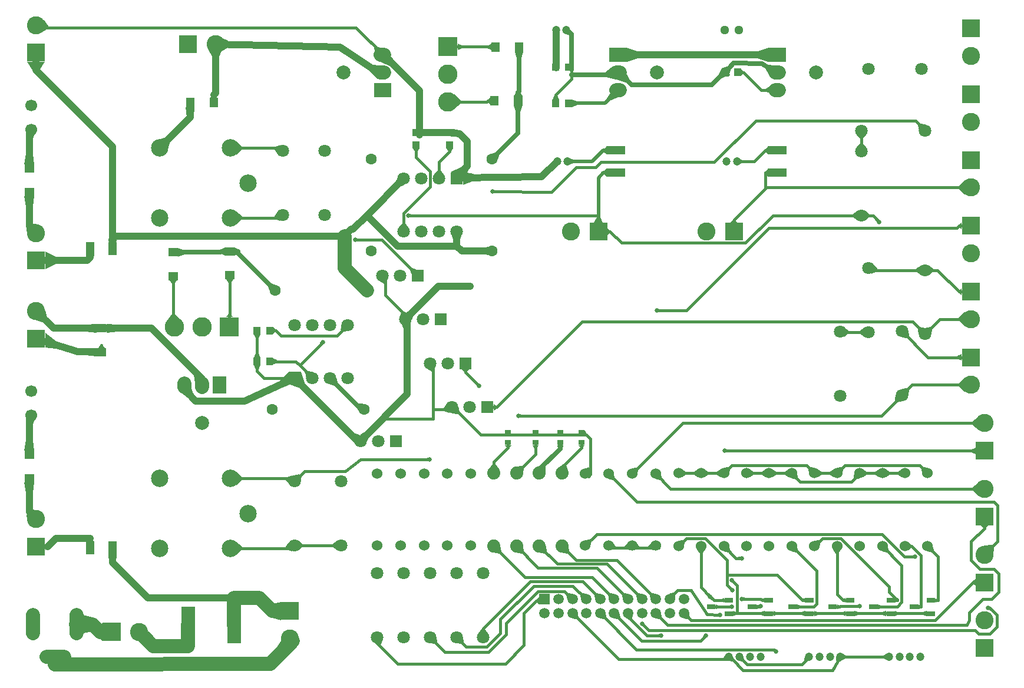
<source format=gtl>
G04 Layer: TopLayer*
G04 EasyEDA v6.4.12, 2021-01-10T11:05:15--5:00*
G04 3145a8addab9457ba1f20b0dac4bbc5f,47ca9d6388974ffcabec7368213608ff,10*
G04 Gerber Generator version 0.2*
G04 Scale: 100 percent, Rotated: No, Reflected: No *
G04 Dimensions in inches *
G04 leading zeros omitted , absolute positions ,3 integer and 6 decimal *
%FSLAX36Y36*%
%MOIN*%

%ADD11C,0.0150*%
%ADD12C,0.0250*%
%ADD13C,0.0200*%
%ADD14C,0.0400*%
%ADD15C,0.0800*%
%ADD16R,0.0492X0.0276*%
%ADD17R,0.0472X0.0551*%
%ADD18R,0.0551X0.0472*%
%ADD20R,0.1063X0.0472*%
%ADD21R,0.0472X0.0748*%
%ADD22R,0.0394X0.0433*%
%ADD23R,0.0433X0.0394*%
%ADD24R,0.0354X0.0315*%
%ADD25C,0.0472*%
%ADD26C,0.0600*%
%ADD29C,0.0787*%
%ADD30R,0.0709X0.0709*%
%ADD31C,0.0709*%
%ADD32R,0.1024X0.1024*%
%ADD33C,0.1024*%
%ADD34C,0.0591*%
%ADD36C,0.0740*%
%ADD37C,0.0630*%
%ADD38C,0.0984*%
%ADD39C,0.0472*%
%ADD40C,0.0512*%
%ADD41R,0.1102X0.1102*%
%ADD42C,0.1102*%
%ADD43C,0.0669*%

%LPD*%
G36*
X5017240Y720960D02*
G01*
X4985440Y689120D01*
X5010900Y684900D01*
X5021500Y695500D01*
G37*
G36*
X4967420Y1154920D02*
G01*
X4946440Y1139900D01*
X4946460Y1124900D01*
X4967480Y1109920D01*
G37*
G36*
X5007180Y1154920D02*
G01*
X5007120Y1109920D01*
X5028140Y1124900D01*
X5028160Y1139900D01*
G37*
G36*
X4626540Y753240D02*
G01*
X4601080Y749000D01*
X4632920Y717180D01*
X4637140Y742640D01*
G37*
G36*
X4579380Y1166620D02*
G01*
X4568780Y1156020D01*
X4573020Y1130560D01*
X4604840Y1162400D01*
G37*
G36*
X4622840Y1154920D02*
G01*
X4622780Y1109920D01*
X4643800Y1124900D01*
X4643820Y1139900D01*
G37*
G36*
X5135240Y741580D02*
G01*
X5135280Y696580D01*
X5150500Y711600D01*
X5150480Y726600D01*
G37*
G36*
X5095540Y1154920D02*
G01*
X5074560Y1139900D01*
X5074580Y1124900D01*
X5095600Y1109920D01*
G37*
G36*
X5273480Y720939D02*
G01*
X5241660Y689120D01*
X5267100Y684880D01*
X5277720Y695500D01*
G37*
G36*
X5219960Y1166640D02*
G01*
X5209360Y1156040D01*
X5213579Y1130580D01*
X5245420Y1162400D01*
G37*
G36*
X2472500Y2848240D02*
G01*
X2453420Y2823440D01*
X2506580Y2823440D01*
X2487500Y2848240D01*
G37*
G36*
X2244640Y2802220D02*
G01*
X2231760Y2780020D01*
X2260040Y2751740D01*
X2282220Y2764640D01*
G37*
G36*
X2272500Y2548240D02*
G01*
X2253420Y2523440D01*
X2306580Y2523440D01*
X2287500Y2548240D01*
G37*
G36*
X2553420Y2476560D02*
G01*
X2560000Y2451760D01*
X2600000Y2451760D01*
X2606580Y2476560D01*
G37*
G36*
X1565200Y2611340D02*
G01*
X1547860Y2585600D01*
X1553060Y2570600D01*
X1582600Y2561120D01*
G37*
G36*
X1582520Y2988860D02*
G01*
X1553000Y2979300D01*
X1547840Y2964300D01*
X1565240Y2938600D01*
G37*
G36*
X1630320Y741340D02*
G01*
X1613000Y715600D01*
X1618200Y700600D01*
X1647740Y691120D01*
G37*
G36*
X1684600Y750480D02*
G01*
X1684600Y697320D01*
X1709420Y716400D01*
X1709420Y731400D01*
G37*
G36*
X1647660Y1118860D02*
G01*
X1618140Y1109300D01*
X1612980Y1094300D01*
X1630360Y1068600D01*
G37*
G36*
X1690000Y1125500D02*
G01*
X1658959Y1121460D01*
X1696540Y1083860D01*
X1700600Y1114900D01*
G37*
G36*
X1901560Y750480D02*
G01*
X1876759Y731400D01*
X1876759Y716400D01*
X1901560Y697320D01*
G37*
G36*
X2613900Y207100D02*
G01*
X2576300Y169540D01*
X2607320Y165479D01*
X2617919Y176080D01*
G37*
G36*
X2736000Y253160D02*
G01*
X2721000Y253140D01*
X2701940Y228340D01*
X2755100Y228359D01*
G37*
G36*
X2160440Y189500D02*
G01*
X2109260Y175180D01*
X2133260Y156140D01*
X2149820Y160780D01*
G37*
G36*
X5133900Y1938600D02*
G01*
X5096300Y1901040D01*
X5127320Y1896980D01*
X5137940Y1907580D01*
G37*
G36*
X5127320Y1613620D02*
G01*
X5096300Y1609560D01*
X5133900Y1572000D01*
X5137940Y1603020D01*
G37*
G36*
X5063160Y1576440D02*
G01*
X5059100Y1545400D01*
X5069700Y1534800D01*
X5100740Y1538839D01*
G37*
G36*
X4773140Y1957360D02*
G01*
X4770760Y1904259D01*
X4796380Y1922200D01*
X4797060Y1937200D01*
G37*
G36*
X4937180Y2312720D02*
G01*
X4925640Y2260840D01*
X4953960Y2273900D01*
X4957280Y2288900D01*
G37*
G36*
X4885120Y1956260D02*
G01*
X4860300Y1937200D01*
X4860280Y1922200D01*
X4885080Y1903100D01*
G37*
G36*
X4861000Y3000100D02*
G01*
X4841940Y2975280D01*
X4895100Y2975320D01*
X4876000Y3000100D01*
G37*
G36*
X4845120Y2616259D02*
G01*
X4820300Y2597200D01*
X4820280Y2582200D01*
X4845080Y2563100D01*
G37*
G36*
X4891940Y2616259D02*
G01*
X4891980Y2563100D01*
X4916780Y2582200D01*
X4916760Y2597200D01*
G37*
G36*
X4894520Y3047919D02*
G01*
X4841380Y3046740D01*
X4861000Y3022360D01*
X4876000Y3022700D01*
G37*
G36*
X5200820Y3110179D02*
G01*
X5190220Y3099580D01*
X5194260Y3068540D01*
X5231860Y3106120D01*
G37*
G36*
X5251960Y2307980D02*
G01*
X5251960Y2254820D01*
X5276780Y2273900D01*
X5276780Y2288900D01*
G37*
G36*
X5205100Y2307980D02*
G01*
X5180300Y2288900D01*
X5180300Y2273900D01*
X5205100Y2254820D01*
G37*
G36*
X5257320Y1958620D02*
G01*
X5226300Y1954560D01*
X5263900Y1917000D01*
X5267940Y1948020D01*
G37*
G36*
X5199700Y1958600D02*
G01*
X5189100Y1947980D01*
X5193160Y1916960D01*
X5230740Y1954560D01*
G37*
G36*
X2463900Y207160D02*
G01*
X2426340Y169540D01*
X2457380Y165520D01*
X2467960Y176140D01*
G37*
G36*
X834040Y237820D02*
G01*
X779780Y183520D01*
X803980Y157060D01*
X860520Y213640D01*
G37*
G36*
X3893180Y342480D02*
G01*
X3861860Y311160D01*
X3886840Y306900D01*
X3897440Y317500D01*
G37*
G36*
X3804620Y455240D02*
G01*
X3780220Y448519D01*
X3814480Y420439D01*
X3816280Y445680D01*
G37*
G36*
X3735700Y342480D02*
G01*
X3704380Y311160D01*
X3729340Y306900D01*
X3739960Y317500D01*
G37*
G36*
X3683100Y453100D02*
G01*
X3672500Y442500D01*
X3676760Y417520D01*
X3708080Y448840D01*
G37*
G36*
X3604360Y453100D02*
G01*
X3593759Y442500D01*
X3598020Y417520D01*
X3629340Y448840D01*
G37*
G36*
X3576780Y331360D02*
G01*
X3536060Y313980D01*
X3557100Y300480D01*
X3571980Y306840D01*
G37*
G36*
X3525620Y453100D02*
G01*
X3515020Y442500D01*
X3519280Y417520D01*
X3550600Y448840D01*
G37*
G36*
X3499480Y342480D02*
G01*
X3468159Y311160D01*
X3493140Y306900D01*
X3503740Y317500D01*
G37*
G36*
X3446900Y453100D02*
G01*
X3436280Y442500D01*
X3440539Y417540D01*
X3471860Y448840D01*
G37*
G36*
X3420740Y342480D02*
G01*
X3389420Y311160D01*
X3414400Y306900D01*
X3425000Y317500D01*
G37*
G36*
X3368180Y453120D02*
G01*
X3357559Y442520D01*
X3361800Y417560D01*
X3393140Y448840D01*
G37*
G36*
X3289400Y453100D02*
G01*
X3278800Y442500D01*
X3283060Y417520D01*
X3314380Y448840D01*
G37*
G36*
X3263260Y342480D02*
G01*
X3231940Y311160D01*
X3256920Y306900D01*
X3267520Y317500D01*
G37*
G36*
X3210700Y453120D02*
G01*
X3200080Y442520D01*
X3204320Y417540D01*
X3235659Y448840D01*
G37*
G36*
X4726440Y88820D02*
G01*
X4726820Y69380D01*
X4739740Y61760D01*
X4756940Y70800D01*
G37*
G36*
X4548860Y94740D02*
G01*
X4544380Y75840D01*
X4554980Y65220D01*
X4573900Y69680D01*
G37*
G36*
X4753580Y699220D02*
G01*
X4708580Y699200D01*
X4723600Y678220D01*
X4738600Y678220D01*
G37*
G36*
X4711200Y1154920D02*
G01*
X4690220Y1139900D01*
X4690240Y1124900D01*
X4711260Y1109920D01*
G37*
G36*
X4754660Y1166640D02*
G01*
X4729200Y1162400D01*
X4761020Y1130560D01*
X4765260Y1156020D01*
G37*
G36*
X4829260Y1134300D02*
G01*
X4825040Y1108840D01*
X4835660Y1098240D01*
X4861100Y1102520D01*
G37*
G36*
X4879080Y1154920D02*
G01*
X4879020Y1109920D01*
X4900040Y1124900D01*
X4900060Y1139900D01*
G37*
G36*
X3857900Y753240D02*
G01*
X3832440Y749000D01*
X3864260Y717180D01*
X3868500Y742620D01*
G37*
G36*
X3854180Y1154920D02*
G01*
X3854120Y1109920D01*
X3875140Y1124900D01*
X3875160Y1139900D01*
G37*
G36*
X4504800Y720980D02*
G01*
X4473020Y689120D01*
X4498480Y684900D01*
X4509080Y695540D01*
G37*
G36*
X4454980Y1154920D02*
G01*
X4434000Y1139900D01*
X4434020Y1124900D01*
X4455040Y1109920D01*
G37*
G36*
X4504800Y1134320D02*
G01*
X4472980Y1102520D01*
X4498440Y1098260D01*
X4509040Y1108860D01*
G37*
G36*
X4202500Y94740D02*
G01*
X4177460Y69680D01*
X4196380Y65220D01*
X4206980Y75820D01*
G37*
G36*
X4098300Y102739D02*
G01*
X4087280Y87200D01*
X4094260Y72200D01*
X4113240Y70600D01*
G37*
G36*
X4143279Y96820D02*
G01*
X4120539Y69640D01*
X4139760Y66840D01*
X4149420Y78380D01*
G37*
G36*
X3939920Y699220D02*
G01*
X3954900Y678220D01*
X3969900Y678220D01*
X3984920Y699200D01*
G37*
G36*
X3942559Y1154920D02*
G01*
X3921560Y1139900D01*
X3921580Y1124900D01*
X3942600Y1109920D01*
G37*
G36*
X3982300Y1154920D02*
G01*
X3982240Y1109920D01*
X4003260Y1124900D01*
X4003279Y1139900D01*
G37*
G36*
X4238500Y1154920D02*
G01*
X4238460Y1109920D01*
X4259480Y1124900D01*
X4259500Y1139900D01*
G37*
G36*
X4120480Y720939D02*
G01*
X4088660Y689120D01*
X4114120Y684880D01*
X4124720Y695480D01*
G37*
G36*
X4070659Y1154920D02*
G01*
X4049680Y1139900D01*
X4049700Y1124900D01*
X4070720Y1109920D01*
G37*
G36*
X4114120Y1166620D02*
G01*
X4088660Y1162400D01*
X4120480Y1130560D01*
X4124720Y1156020D01*
G37*
G36*
X4326880Y1154920D02*
G01*
X4305900Y1139900D01*
X4305920Y1124900D01*
X4326940Y1109920D01*
G37*
G36*
X4366620Y1154920D02*
G01*
X4366560Y1109920D01*
X4387580Y1124900D01*
X4387600Y1139900D01*
G37*
G36*
X3058800Y1183100D02*
G01*
X3033740Y1167040D01*
X3082840Y1141140D01*
X3081940Y1170880D01*
G37*
G36*
X3083800Y721400D02*
G01*
X3044580Y682140D01*
X3077200Y678160D01*
X3087799Y688760D01*
G37*
G36*
X2948540Y1173340D02*
G01*
X2915899Y1169360D01*
X2955140Y1130100D01*
X2959140Y1162740D01*
G37*
G36*
X2955140Y721400D02*
G01*
X2915899Y682140D01*
X2948540Y678160D01*
X2959140Y688760D01*
G37*
G36*
X3180960Y1183260D02*
G01*
X3155480Y1163540D01*
X3208900Y1148440D01*
X3197500Y1178580D01*
G37*
G36*
X3212460Y721360D02*
G01*
X3173200Y682140D01*
X3205820Y678120D01*
X3216440Y688720D01*
G37*
G36*
X2782100Y1182820D02*
G01*
X2761820Y1156940D01*
X2817320Y1156880D01*
X2797100Y1182800D01*
G37*
G36*
X2826480Y721420D02*
G01*
X2787280Y682120D01*
X2819920Y678180D01*
X2830520Y688800D01*
G37*
G36*
X930580Y3033360D02*
G01*
X894260Y3020960D01*
X946440Y2968759D01*
X958860Y3005080D01*
G37*
G36*
X1331500Y2615040D02*
G01*
X1331459Y2541220D01*
X1365920Y2570600D01*
X1365940Y2585600D01*
G37*
G36*
X1331500Y3008740D02*
G01*
X1331459Y2934920D01*
X1365920Y2964300D01*
X1365940Y2979300D01*
G37*
G36*
X1331500Y745040D02*
G01*
X1331459Y671220D01*
X1365920Y700600D01*
X1365940Y715600D01*
G37*
G36*
X1331500Y1138740D02*
G01*
X1331459Y1064920D01*
X1365920Y1094300D01*
X1365940Y1109300D01*
G37*
G36*
X2191820Y2238620D02*
G01*
X2142320Y2219260D01*
X2168600Y2202900D01*
X2183600Y2208760D01*
G37*
G36*
X2280500Y2045680D02*
G01*
X2265500Y2039920D01*
X2255320Y2014760D01*
X2304920Y2033839D01*
G37*
G36*
X2308500Y2050680D02*
G01*
X2286320Y2037780D01*
X2323900Y2000200D01*
X2336780Y2022380D01*
G37*
G36*
X2319920Y1985980D02*
G01*
X2268280Y1973340D01*
X2280000Y1950660D01*
X2320000Y1960460D01*
G37*
G36*
X2461820Y1741940D02*
G01*
X2412320Y1722580D01*
X2438600Y1706220D01*
X2453600Y1712100D01*
G37*
G36*
X2588700Y1510060D02*
G01*
X2553400Y1470320D01*
X2584600Y1468100D01*
X2594580Y1479319D01*
G37*
G36*
X2523560Y1524680D02*
G01*
X2505040Y1499700D01*
X2509440Y1484700D01*
X2538500Y1473660D01*
G37*
G36*
X2040600Y1349980D02*
G01*
X2069019Y1305060D01*
X2079880Y1334280D01*
X2071660Y1347280D01*
G37*
G36*
X2054960Y1363260D02*
G01*
X2032780Y1350360D01*
X2070360Y1312780D01*
X2083260Y1334960D01*
G37*
G36*
X3222900Y3643580D02*
G01*
X3200179Y3616380D01*
X3216180Y3609740D01*
X3232280Y3629000D01*
G37*
G36*
X3122700Y3624400D02*
G01*
X3120400Y3607880D01*
X3160400Y3607799D01*
X3158140Y3624340D01*
G37*
G36*
X3123680Y2897799D02*
G01*
X3110299Y2887799D01*
X3138420Y2859340D01*
X3148580Y2872580D01*
G37*
G36*
X3221940Y2913900D02*
G01*
X3221980Y2878460D01*
X3238500Y2886200D01*
X3238480Y2906200D01*
G37*
G36*
X4179440Y2913900D02*
G01*
X4179480Y2878460D01*
X4196000Y2888700D01*
X4195980Y2903700D01*
G37*
G36*
X3677760Y737600D02*
G01*
X3662799Y716900D01*
X3668100Y701900D01*
X3692740Y695180D01*
G37*
G36*
X3733900Y1130400D02*
G01*
X3702080Y1098580D01*
X3727520Y1094340D01*
X3738140Y1104940D01*
G37*
G36*
X3545160Y737600D02*
G01*
X3530200Y716900D01*
X3535500Y701900D01*
X3560140Y695180D01*
G37*
G36*
X3597559Y737600D02*
G01*
X3582580Y695180D01*
X3607220Y701900D01*
X3612520Y716900D01*
G37*
G36*
X3594960Y1162680D02*
G01*
X3569500Y1158460D01*
X3601300Y1126620D01*
X3605560Y1152060D01*
G37*
G36*
X3464960Y737600D02*
G01*
X3449980Y695180D01*
X3474620Y701900D01*
X3479920Y716900D01*
G37*
G36*
X3468700Y1130400D02*
G01*
X3436900Y1098580D01*
X3462340Y1094340D01*
X3472960Y1104960D01*
G37*
G36*
X3326400Y1165440D02*
G01*
X3303120Y1158360D01*
X3336160Y1127820D01*
X3341400Y1151580D01*
G37*
G36*
X3329760Y757180D02*
G01*
X3304300Y752940D01*
X3336120Y721100D01*
X3340360Y746560D01*
G37*
G36*
X1531220Y2205440D02*
G01*
X1513520Y2187780D01*
X1521220Y2164320D01*
X1554660Y2197700D01*
G37*
G36*
X2801500Y2949000D02*
G01*
X2778039Y2941280D01*
X2811440Y2907860D01*
X2819160Y2931300D01*
G37*
G36*
X2759180Y2413800D02*
G01*
X2737140Y2410200D01*
X2737100Y2370200D01*
X2759140Y2366560D01*
G37*
G36*
X1585520Y182979D02*
G01*
X1566120Y152620D01*
X1641519Y114880D01*
X1654180Y148620D01*
G37*
G36*
X5608980Y725400D02*
G01*
X5561820Y721919D01*
X5616079Y667620D01*
X5619600Y714780D01*
G37*
G36*
X5531160Y1453480D02*
G01*
X5495320Y1422600D01*
X5495320Y1407600D01*
X5531140Y1376699D01*
G37*
G36*
X5531120Y1081320D02*
G01*
X5495320Y1050400D01*
X5495320Y1035400D01*
X5531180Y1004539D01*
G37*
G36*
X5453180Y2786920D02*
G01*
X5417360Y2756000D01*
X5417380Y2741000D01*
X5453220Y2710140D01*
G37*
G36*
X5453200Y2042700D02*
G01*
X5417380Y2011800D01*
X5417380Y1996800D01*
X5453200Y1965920D01*
G37*
G36*
X5453200Y1670580D02*
G01*
X5417380Y1639700D01*
X5417380Y1624700D01*
X5453200Y1593800D01*
G37*
G36*
X2566460Y3275440D02*
G01*
X2566460Y3192760D01*
X2605040Y3226600D01*
X2605040Y3241600D01*
G37*
G36*
X982500Y2035420D02*
G01*
X967500Y2034100D01*
X937200Y1992700D01*
X1019560Y1999940D01*
G37*
G36*
X1176600Y3526160D02*
G01*
X1195000Y3490320D01*
X1235000Y3490340D01*
X1253380Y3526160D01*
G37*
G36*
X1249660Y3597660D02*
G01*
X1248020Y3520920D01*
X1284220Y3538540D01*
X1285080Y3578519D01*
G37*
G36*
X175040Y2544240D02*
G01*
X146760Y2515960D01*
X148800Y2487920D01*
X203100Y2542200D01*
G37*
G36*
X175040Y926040D02*
G01*
X146760Y897760D01*
X148820Y869720D01*
X203060Y924040D01*
G37*
G36*
X250960Y2053020D02*
G01*
X196680Y1998720D01*
X235020Y1986399D01*
X263300Y2014680D01*
G37*
G36*
X141460Y3060980D02*
G01*
X140900Y3037100D01*
X180900Y3028240D01*
X190460Y3050120D01*
G37*
G36*
X141460Y1442820D02*
G01*
X140900Y1418940D01*
X180900Y1410080D01*
X190460Y1431960D01*
G37*
G36*
X240600Y3698960D02*
G01*
X225560Y3623680D01*
X266720Y3646800D01*
X269700Y3661800D01*
G37*
G36*
X5164320Y668780D02*
G01*
X5155580Y666900D01*
X5155580Y651900D01*
X5164320Y650020D01*
G37*
G36*
X3719360Y2063380D02*
G01*
X3719360Y2044620D01*
X3728120Y2046500D01*
X3728120Y2061500D01*
G37*
G36*
X4287180Y386700D02*
G01*
X4278920Y383300D01*
X4281880Y368300D01*
X4290800Y368300D01*
G37*
G36*
X4128140Y385180D02*
G01*
X4119380Y383300D01*
X4119380Y368300D01*
X4128140Y366420D01*
G37*
G36*
X4850940Y388980D02*
G01*
X4842180Y387100D01*
X4842180Y372100D01*
X4850940Y370220D01*
G37*
G36*
X4380200Y140300D02*
G01*
X4369600Y129700D01*
X4374220Y122420D01*
X4387480Y135680D01*
G37*
G36*
X4131800Y487540D02*
G01*
X4121180Y476960D01*
X4126019Y469440D01*
X4139300Y482680D01*
G37*
G36*
X3976720Y214780D02*
G01*
X3971860Y207260D01*
X3982460Y196660D01*
X3989980Y201520D01*
G37*
G36*
X3725539Y223180D02*
G01*
X3717120Y220200D01*
X3719160Y205200D01*
X3728080Y204600D01*
G37*
G36*
X4199860Y430880D02*
G01*
X4199860Y412120D01*
X4208620Y414000D01*
X4208620Y429000D01*
G37*
G36*
X4182340Y660380D02*
G01*
X4173580Y658500D01*
X4173580Y643500D01*
X4182340Y641620D01*
G37*
G36*
X4026080Y435319D02*
G01*
X4012840Y422020D01*
X4020380Y417180D01*
X4030960Y427819D01*
G37*
G36*
X4006860Y451840D02*
G01*
X3996259Y441240D01*
X4001120Y433720D01*
X4014380Y446980D01*
G37*
G36*
X4102160Y1268580D02*
G01*
X4102160Y1249820D01*
X4110920Y1251700D01*
X4110920Y1266700D01*
G37*
G36*
X2789400Y2735840D02*
G01*
X2789320Y2717080D01*
X2798080Y2718920D01*
X2798159Y2733920D01*
G37*
G36*
X2416740Y1219380D02*
G01*
X2407980Y1217500D01*
X2407980Y1202500D01*
X2416740Y1200620D01*
G37*
G36*
X2013260Y2463180D02*
G01*
X2013260Y2444420D01*
X2022020Y2446300D01*
X2022020Y2461300D01*
G37*
G36*
X1809319Y1875180D02*
G01*
X1804460Y1867660D01*
X1815080Y1857060D01*
X1822580Y1861920D01*
G37*
G36*
X4061740Y339380D02*
G01*
X4052980Y337500D01*
X4052980Y322500D01*
X4061740Y320620D01*
G37*
G36*
X4963260Y2572340D02*
G01*
X4952660Y2561720D01*
X4957520Y2554220D01*
X4970780Y2567480D01*
G37*
G36*
X2314860Y2599980D02*
G01*
X2314860Y2581220D01*
X2323620Y2583100D01*
X2323620Y2598100D01*
G37*
G36*
X3642480Y280780D02*
G01*
X3629220Y267520D01*
X3636740Y262660D01*
X3647340Y273260D01*
G37*
G36*
X5597619Y374600D02*
G01*
X5590760Y357140D01*
X5599340Y355060D01*
X5605340Y370280D01*
G37*
G36*
X4146280Y528380D02*
G01*
X4133020Y515120D01*
X4140520Y510260D01*
X4151139Y520860D01*
G37*
G36*
X2697760Y1645040D02*
G01*
X2687160Y1634420D01*
X2692020Y1626900D01*
X2705280Y1640180D01*
G37*
G36*
X2938399Y1466080D02*
G01*
X2938399Y1447320D01*
X2947160Y1449199D01*
X2947160Y1464199D01*
G37*
G36*
X4959940Y389540D02*
G01*
X4959940Y361980D01*
X4982440Y368300D01*
X4982440Y383300D01*
G37*
G36*
X5058340Y426940D02*
G01*
X5058340Y399380D01*
X5073400Y405700D01*
X5073400Y420700D01*
G37*
G36*
X5009120Y352140D02*
G01*
X4986620Y345900D01*
X4986620Y330900D01*
X5009120Y324580D01*
G37*
G36*
X5058340Y352140D02*
G01*
X5058340Y324580D01*
X5073400Y330900D01*
X5073400Y345900D01*
G37*
G36*
X5188940Y389540D02*
G01*
X5188940Y361980D01*
X5204000Y368300D01*
X5204000Y383300D01*
G37*
G36*
X5287320Y426940D02*
G01*
X5287320Y399380D01*
X5296400Y405700D01*
X5296400Y420700D01*
G37*
G36*
X5238120Y352140D02*
G01*
X5215620Y345900D01*
X5215620Y330900D01*
X5238120Y324580D01*
G37*
G36*
X2608500Y2866780D02*
G01*
X2544560Y2835440D01*
X2615440Y2792340D01*
X2643680Y2845400D01*
G37*
G36*
X2615440Y2835440D02*
G01*
X2615440Y2764560D01*
X2675440Y2785840D01*
X2675440Y2825840D01*
G37*
G36*
X3542020Y3540000D02*
G01*
X3542020Y3461200D01*
X3602020Y3480600D01*
X3602020Y3520600D01*
G37*
G36*
X4343620Y3540000D02*
G01*
X4283620Y3520600D01*
X4283620Y3480600D01*
X4343620Y3461200D01*
G37*
G36*
X1046940Y3202380D02*
G01*
X1050600Y3145100D01*
X1090600Y3145100D01*
X1094180Y3202380D01*
G37*
G36*
X1196900Y3272600D02*
G01*
X1185640Y3257500D01*
X1223140Y3257500D01*
X1211900Y3272600D01*
G37*
G36*
X133340Y2698560D02*
G01*
X140900Y2638560D01*
X180900Y2638560D01*
X188460Y2698560D01*
G37*
G36*
X140900Y2939660D02*
G01*
X133340Y2879660D01*
X188460Y2879660D01*
X180900Y2939660D01*
G37*
G36*
X133340Y1080400D02*
G01*
X140900Y1020400D01*
X180900Y1020400D01*
X188460Y1080400D01*
G37*
G36*
X140900Y1321500D02*
G01*
X133340Y1261500D01*
X188460Y1261500D01*
X180900Y1321500D01*
G37*
G36*
X541980Y1841699D02*
G01*
X481980Y1839319D01*
X481980Y1799319D01*
X541980Y1794440D01*
G37*
G36*
X562000Y1856699D02*
G01*
X550740Y1841699D01*
X588240Y1841699D01*
X577000Y1856699D01*
G37*
G36*
X597080Y1975560D02*
G01*
X597080Y1928300D01*
X657080Y1931900D01*
X657080Y1971900D01*
G37*
G36*
X541980Y1975560D02*
G01*
X481980Y1971900D01*
X481980Y1931900D01*
X541980Y1928300D01*
G37*
G36*
X575860Y285780D02*
G01*
X560800Y274600D01*
X560800Y194600D01*
X575860Y183420D01*
G37*
G36*
X3424680Y2851960D02*
G01*
X3409600Y2840700D01*
X3409600Y2825700D01*
X3424680Y2814460D01*
G37*
G36*
X3424680Y2977940D02*
G01*
X3409600Y2966700D01*
X3409600Y2951700D01*
X3424680Y2940440D01*
G37*
G36*
X4339680Y2851960D02*
G01*
X4324600Y2840700D01*
X4324600Y2825700D01*
X4339680Y2814460D01*
G37*
G36*
X4339680Y2851960D02*
G01*
X4324600Y2840700D01*
X4324600Y2825700D01*
X4339680Y2814460D01*
G37*
G36*
X4339680Y2977940D02*
G01*
X4324600Y2966700D01*
X4324600Y2951700D01*
X4339680Y2940440D01*
G37*
G36*
X482900Y2367600D02*
G01*
X486500Y2352500D01*
X526500Y2352500D01*
X530160Y2367600D01*
G37*
G36*
X612500Y2474600D02*
G01*
X608900Y2442400D01*
X656140Y2442400D01*
X652500Y2474600D01*
G37*
G36*
X499000Y762500D02*
G01*
X487740Y747400D01*
X525240Y747400D01*
X514000Y762500D01*
G37*
G36*
X608900Y672600D02*
G01*
X612500Y625100D01*
X652500Y625100D01*
X656140Y672600D01*
G37*
G36*
X3046780Y428760D02*
G01*
X3030000Y417500D01*
X3030000Y402500D01*
X3046780Y391260D01*
G37*
G36*
X4501920Y389540D02*
G01*
X4501920Y361980D01*
X4524420Y368300D01*
X4524420Y383300D01*
G37*
G36*
X4551120Y426940D02*
G01*
X4536100Y420700D01*
X4536100Y405700D01*
X4551120Y399380D01*
G37*
G36*
X4551120Y352140D02*
G01*
X4528620Y345900D01*
X4528620Y330900D01*
X4551120Y324580D01*
G37*
G36*
X4600340Y352140D02*
G01*
X4600340Y324580D01*
X4622840Y330900D01*
X4622840Y345900D01*
G37*
G36*
X4730940Y389540D02*
G01*
X4730940Y361980D01*
X4746000Y368300D01*
X4746000Y383300D01*
G37*
G36*
X4780120Y426940D02*
G01*
X4765100Y420700D01*
X4765100Y405700D01*
X4780120Y399380D01*
G37*
G36*
X4829340Y352140D02*
G01*
X4829340Y324580D01*
X4851840Y330900D01*
X4851840Y345900D01*
G37*
G36*
X4780120Y352140D02*
G01*
X4765100Y345900D01*
X4765100Y330900D01*
X4780120Y324580D01*
G37*
G36*
X4043940Y389540D02*
G01*
X4043940Y361980D01*
X4059000Y368300D01*
X4059000Y383300D01*
G37*
G36*
X4093120Y426940D02*
G01*
X4078100Y420700D01*
X4078100Y405700D01*
X4093120Y399380D01*
G37*
G36*
X4142320Y352140D02*
G01*
X4142320Y324580D01*
X4157400Y330900D01*
X4157400Y345900D01*
G37*
G36*
X4272920Y389540D02*
G01*
X4272920Y361980D01*
X4288000Y368300D01*
X4288000Y383300D01*
G37*
G36*
X4322120Y426940D02*
G01*
X4307100Y420700D01*
X4307100Y405700D01*
X4322120Y399380D01*
G37*
G36*
X4371340Y352140D02*
G01*
X4371340Y324580D01*
X4386400Y330900D01*
X4386400Y345900D01*
G37*
G36*
X4322120Y352140D02*
G01*
X4299620Y345900D01*
X4299620Y330900D01*
X4322120Y324580D01*
G37*
G36*
X4077700Y3422260D02*
G01*
X4058720Y3383159D01*
X4072860Y3361960D01*
X4106620Y3378960D01*
G37*
G36*
X4113780Y3438320D02*
G01*
X4077700Y3422260D01*
X4117080Y3378960D01*
X4130720Y3419700D01*
G37*
G36*
X4187940Y3419360D02*
G01*
X4187940Y3381860D01*
X4203000Y3393100D01*
X4203000Y3408100D01*
G37*
G36*
X3132220Y3270360D02*
G01*
X3121060Y3247860D01*
X3158560Y3247860D01*
X3147220Y3270360D01*
G37*
G36*
X3230440Y3247860D02*
G01*
X3230440Y3204560D01*
X3260440Y3216200D01*
X3260440Y3236200D01*
G37*
G36*
X1442080Y1809160D02*
G01*
X1430820Y1786660D01*
X1468320Y1786660D01*
X1457080Y1809160D01*
G37*
G36*
X1540120Y1783760D02*
G01*
X1540120Y1746260D01*
X1562620Y1757500D01*
X1562620Y1772500D01*
G37*
G36*
X1430820Y1918340D02*
G01*
X1442080Y1895840D01*
X1457080Y1895840D01*
X1468320Y1918340D01*
G37*
G36*
X1540120Y1958760D02*
G01*
X1540120Y1921260D01*
X1555200Y1932500D01*
X1555200Y1947500D01*
G37*
G36*
X2331260Y2969880D02*
G01*
X2342500Y2954800D01*
X2357500Y2954800D01*
X2368760Y2969880D01*
G37*
G36*
X2561660Y3080120D02*
G01*
X2518340Y3040740D01*
X2575059Y3036880D01*
X2596960Y3074900D01*
G37*
G36*
X2521260Y2969880D02*
G01*
X2532500Y2954800D01*
X2547500Y2954800D01*
X2558760Y2969880D01*
G37*
G36*
X2325760Y2294140D02*
G01*
X2315140Y2283560D01*
X2323100Y2259720D01*
X2349660Y2286180D01*
G37*
G36*
X2609760Y1718660D02*
G01*
X2621000Y1703600D01*
X2636000Y1703600D01*
X2647260Y1718660D01*
G37*
G36*
X2788960Y1524460D02*
G01*
X2788960Y1486960D01*
X2804000Y1498200D01*
X2804000Y1513200D01*
G37*
G36*
X2852280Y1291699D02*
G01*
X2862500Y1276600D01*
X2877500Y1276600D01*
X2887720Y1291699D01*
G37*
G36*
X3302720Y1377940D02*
G01*
X3281800Y1346819D01*
X3310000Y1340000D01*
X3320000Y1350000D01*
G37*
G36*
X3267280Y1291699D02*
G01*
X3277500Y1276600D01*
X3292500Y1276600D01*
X3302720Y1291699D01*
G37*
G36*
X3007280Y1291699D02*
G01*
X3017500Y1269200D01*
X3032500Y1269200D01*
X3042720Y1291699D01*
G37*
G36*
X3147280Y1291699D02*
G01*
X3152500Y1271700D01*
X3177500Y1271700D01*
X3182720Y1291699D01*
G37*
G36*
X1267440Y2410560D02*
G01*
X1247400Y2399400D01*
X1247400Y2374400D01*
X1267440Y2363300D01*
G37*
G36*
X1322560Y2410560D02*
G01*
X1322560Y2363300D01*
X1342600Y2374400D01*
X1342600Y2399400D01*
G37*
G36*
X1276260Y2229440D02*
G01*
X1287500Y2206940D01*
X1302500Y2206940D01*
X1313760Y2229440D01*
G37*
G36*
X956260Y2224440D02*
G01*
X967500Y2201940D01*
X982500Y2201940D01*
X993760Y2224440D01*
G37*
G36*
X1002560Y2405560D02*
G01*
X1002560Y2358300D01*
X1040060Y2369400D01*
X1040060Y2394400D01*
G37*
G36*
X2769440Y3258759D02*
G01*
X2754400Y3247500D01*
X2754400Y3232500D01*
X2769440Y3221259D01*
G37*
G36*
X2914400Y3287600D02*
G01*
X2903300Y3267559D01*
X2950560Y3267559D01*
X2939400Y3287600D01*
G37*
G36*
X2903300Y3212440D02*
G01*
X2914400Y3174940D01*
X2939400Y3174940D01*
X2950560Y3212440D01*
G37*
G36*
X2908300Y3517440D02*
G01*
X2919400Y3479940D01*
X2944400Y3479940D01*
X2955560Y3517440D01*
G37*
G36*
X2774440Y3563759D02*
G01*
X2759400Y3552500D01*
X2759400Y3537500D01*
X2774440Y3526259D01*
G37*
G36*
X3431960Y2518760D02*
G01*
X3431960Y2481260D01*
X3447000Y2492500D01*
X3447000Y2507500D01*
G37*
G36*
X3370800Y2581180D02*
G01*
X3355800Y2551180D01*
X3405800Y2551180D01*
X3390800Y2581180D01*
G37*
G36*
X4140500Y2566200D02*
G01*
X4129240Y2551180D01*
X4166740Y2551180D01*
X4155500Y2566200D01*
G37*
G36*
X1583820Y403160D02*
G01*
X1536300Y392000D01*
X1536300Y312000D01*
X1583820Y300800D01*
G37*
G36*
X5513819Y533640D02*
G01*
X5498800Y522400D01*
X5498800Y507400D01*
X5513819Y496140D01*
G37*
G36*
X5513819Y1277940D02*
G01*
X5491319Y1266700D01*
X5491319Y1251700D01*
X5513819Y1240440D01*
G37*
G36*
X5546260Y835860D02*
G01*
X5557500Y820800D01*
X5572500Y820800D01*
X5583760Y835860D01*
G37*
G36*
X5435860Y2551040D02*
G01*
X5420800Y2539800D01*
X5420800Y2524800D01*
X5435860Y2513540D01*
G37*
G36*
X5435860Y2178960D02*
G01*
X5420800Y2167700D01*
X5420800Y2152700D01*
X5435860Y2141460D01*
G37*
G36*
X5435860Y1806860D02*
G01*
X5413360Y1795600D01*
X5413360Y1780600D01*
X5435860Y1769360D01*
G37*
G36*
X2585120Y3564660D02*
G01*
X2585120Y3527160D01*
X2607620Y3538399D01*
X2607620Y3553399D01*
G37*
G36*
X1285900Y2030200D02*
G01*
X1274640Y2015120D01*
X1312140Y2015120D01*
X1300900Y2030200D01*
G37*
G36*
X251060Y2385200D02*
G01*
X251060Y2285200D01*
X311060Y2315200D01*
X311060Y2355200D01*
G37*
G36*
X251060Y735740D02*
G01*
X251060Y698240D01*
X266100Y709500D01*
X266100Y724500D01*
G37*
G36*
X251060Y1927820D02*
G01*
X251060Y1842700D01*
X311060Y1838000D01*
X311060Y1879920D01*
G37*
G36*
X149900Y3460860D02*
G01*
X179899Y3413300D01*
X219899Y3413300D01*
X249899Y3460860D01*
G37*
G36*
X2104600Y3444580D02*
G01*
X2087280Y3408020D01*
X2133300Y3365020D01*
X2167020Y3436180D01*
G37*
G36*
X2123520Y3551700D02*
G01*
X2111060Y3542940D01*
X2114900Y3518120D01*
X2145560Y3539700D01*
G37*
G36*
X2169840Y3539980D02*
G01*
X2150160Y3461240D01*
X2198800Y3437520D01*
X2232940Y3459940D01*
G37*
G36*
X1129120Y1704160D02*
G01*
X1091580Y1685120D01*
X1102380Y1623320D01*
X1172600Y1658940D01*
G37*
G36*
X3452700Y3425779D02*
G01*
X3420220Y3399500D01*
X3425899Y3374500D01*
X3466540Y3364840D01*
G37*
G36*
X3540920Y3391360D02*
G01*
X3486160Y3361240D01*
X3535620Y3344100D01*
X3559180Y3355899D01*
G37*
G36*
X3447780Y3282960D02*
G01*
X3421620Y3243560D01*
X3445600Y3239260D01*
X3492820Y3261240D01*
G37*
G36*
X4338140Y3444440D02*
G01*
X4324580Y3423440D01*
X4345900Y3387340D01*
X4379820Y3439860D01*
G37*
G36*
X4348360Y3319360D02*
G01*
X4325860Y3308100D01*
X4325860Y3293100D01*
X4348360Y3281860D01*
G37*
G36*
X466420Y328700D02*
G01*
X466420Y226340D01*
X517900Y237500D01*
X517900Y317500D01*
G37*
G36*
X1697920Y1706540D02*
G01*
X1627220Y1635820D01*
X1690860Y1614620D01*
X1719139Y1642900D01*
G37*
G36*
X2004420Y1357620D02*
G01*
X1983080Y1322400D01*
X2001180Y1304420D01*
X2028740Y1349880D01*
G37*
G36*
X1069520Y1644340D02*
G01*
X1005460Y1598560D01*
X1055880Y1560840D01*
X1088860Y1584420D01*
G37*
G36*
X1627060Y1706699D02*
G01*
X1576900Y1653920D01*
X1585400Y1613800D01*
X1642060Y1635820D01*
G37*
G36*
X1431000Y1743340D02*
G01*
X1442420Y1720840D01*
X1457420Y1720840D01*
X1468500Y1743340D01*
G37*
G36*
X1627060Y1690040D02*
G01*
X1604560Y1678800D01*
X1604560Y1663800D01*
X1627060Y1652540D01*
G37*
G36*
X1733720Y1710700D02*
G01*
X1723100Y1700100D01*
X1727120Y1669060D01*
X1764740Y1706620D01*
G37*
G36*
X2024000Y1527480D02*
G01*
X2011160Y1504960D01*
X2025040Y1484780D01*
X2048420Y1525840D01*
G37*
G36*
X1897860Y1673500D02*
G01*
X1860300Y1635900D01*
X1887800Y1628320D01*
X1905460Y1646020D01*
G37*
G36*
X1927120Y1973460D02*
G01*
X1923100Y1942440D01*
X1933700Y1931819D01*
X1964720Y1935900D01*
G37*
G36*
X4765260Y110980D02*
G01*
X4765260Y75540D01*
X4781780Y85760D01*
X4781780Y100760D01*
G37*
G36*
X5009300Y110980D02*
G01*
X4992780Y100760D01*
X4992780Y85760D01*
X5009300Y75540D01*
G37*
D11*
X3785000Y419400D02*
G01*
X3785000Y425000D01*
X3830000Y470000D01*
X3905000Y470000D01*
X3995000Y335000D01*
X4070000Y330000D01*
X2350000Y2954800D02*
G01*
X2350000Y2920000D01*
X2430000Y2840000D01*
X2430000Y2755000D01*
X2280000Y2605000D01*
X2280000Y2500000D01*
X3380799Y2590599D02*
G01*
X2306599Y2590599D01*
D12*
X3217200Y3626399D02*
G01*
X3228400Y3615200D01*
X3228400Y3417600D01*
X3228400Y3386999D02*
G01*
X3510399Y3386999D01*
X4080200Y3386999D02*
G01*
X4023000Y3329699D01*
X3567700Y3329699D01*
X3510399Y3386999D01*
D13*
X4115000Y3386999D02*
G01*
X4080200Y3386999D01*
D12*
X4097399Y3400599D02*
G01*
X4145000Y3455000D01*
X4305000Y3450000D01*
X4393000Y3396399D01*
D14*
X3140399Y3640000D02*
G01*
X3140399Y3425799D01*
X2070900Y2590799D02*
G01*
X2244099Y2417600D01*
X2580000Y2417600D01*
X632500Y2474600D02*
G01*
X1946400Y2474600D01*
X199899Y3413299D02*
G01*
X632500Y2980700D01*
X632500Y2474600D01*
D11*
X2446099Y1493699D02*
G01*
X2446099Y1740500D01*
D14*
X199899Y1893899D02*
G01*
X435000Y1820000D01*
X569499Y1818099D01*
X569499Y1951900D02*
G01*
X853100Y1951900D01*
X1137500Y1667500D01*
X1137500Y1631300D01*
X266100Y716999D02*
G01*
X311500Y762500D01*
X506500Y762500D01*
X632500Y625100D02*
G01*
X832200Y425399D01*
X1319899Y425399D01*
D11*
X2530000Y3545900D02*
G01*
X2758500Y3545900D01*
X2759399Y3545000D01*
X2798100Y3545000D02*
G01*
X2759399Y3545000D01*
X2530000Y3234099D02*
G01*
X2748500Y3234099D01*
X2754399Y3240000D01*
X2793100Y3240000D02*
G01*
X2754399Y3240000D01*
X981599Y1960000D02*
G01*
X975000Y1966599D01*
X975000Y2248099D01*
X1293400Y2030199D02*
G01*
X1295000Y2031799D01*
X1295000Y2253099D01*
X1293400Y1960000D02*
G01*
X1293400Y2030199D01*
X5172600Y659400D02*
G01*
X5113400Y659400D01*
X4984799Y788000D01*
X3371199Y788000D01*
X3306199Y723000D01*
X5565000Y1415100D02*
G01*
X3857899Y1415100D01*
X3571400Y1128499D01*
X3703999Y1128499D02*
G01*
X3789499Y1042899D01*
X5565000Y1042899D01*
X2870000Y1276599D02*
G01*
X2789600Y1196199D01*
X2789600Y1132399D01*
X2870000Y1307399D02*
G01*
X2870000Y1276599D01*
X5487100Y2532300D02*
G01*
X5420799Y2532300D01*
X3285000Y1276599D02*
G01*
X3175500Y1167199D01*
X3175500Y1132399D01*
X3285000Y1307399D02*
G01*
X3285000Y1276599D01*
X3025000Y1307399D02*
G01*
X3025000Y1239200D01*
X2918199Y1132399D01*
D12*
X3165000Y1307399D02*
G01*
X3165000Y1271700D01*
D11*
X4248299Y375799D02*
G01*
X4288000Y375799D01*
X4288000Y375799D02*
G01*
X4293800Y375799D01*
X4297100Y379099D01*
X4019300Y375799D02*
G01*
X4058999Y375799D01*
X4058999Y375799D02*
G01*
X4136400Y375799D01*
X4706300Y375799D02*
G01*
X4746000Y375799D01*
X4859200Y379600D02*
G01*
X4749799Y379600D01*
X4746000Y375799D01*
X4477299Y375799D02*
G01*
X4598800Y375799D01*
X4615000Y391999D01*
X4615000Y579000D01*
X4474899Y719099D01*
X4731099Y719099D02*
G01*
X4731099Y447100D01*
X4765100Y413200D01*
X4804700Y413200D02*
G01*
X4765100Y413200D01*
X4575699Y413200D02*
G01*
X4536099Y413200D01*
X4536099Y413200D02*
G01*
X4391300Y558000D01*
X4107299Y558000D01*
X3834300Y719099D02*
G01*
X3878299Y763000D01*
X3984899Y763000D01*
X4107299Y640599D01*
X4107299Y558000D01*
X4107299Y558000D02*
G01*
X4107299Y501500D01*
X4138500Y470199D01*
X3548750Y419369D02*
G01*
X3370519Y597600D01*
X3039701Y597600D01*
X2918198Y719099D01*
X4191599Y421500D02*
G01*
X4298699Y421500D01*
X4307100Y413200D01*
X4346700Y413200D02*
G01*
X4307100Y413200D01*
X4090500Y719099D02*
G01*
X4158599Y650999D01*
X4190600Y650999D01*
X3046899Y719099D02*
G01*
X3147201Y618701D01*
X3428158Y618701D01*
X3627489Y419369D01*
X4117700Y413200D02*
G01*
X4078100Y413200D01*
X4078100Y413200D02*
G01*
X4035000Y413200D01*
X4013599Y434499D01*
X3962399Y719099D02*
G01*
X3962399Y485700D01*
X4013599Y434499D01*
X3175497Y719099D02*
G01*
X3254701Y639800D01*
X3485799Y639800D01*
X3706229Y419369D01*
X5565000Y886999D02*
G01*
X5565000Y820799D01*
X5565000Y1259200D02*
G01*
X4093900Y1259200D01*
X5565000Y514899D02*
G01*
X5498800Y514899D01*
X506500Y710000D02*
G01*
X506500Y762500D01*
X199899Y716999D02*
G01*
X266100Y716999D01*
D14*
X199899Y2335200D02*
G01*
X489200Y2335200D01*
X506500Y2352500D01*
X506500Y2405000D02*
G01*
X506500Y2352500D01*
D11*
X5487100Y2004299D02*
G01*
X5313599Y2004299D01*
X5228500Y1919200D01*
X2803999Y1505700D02*
G01*
X3288199Y1989899D01*
X5157799Y1989899D01*
X5228500Y1919200D01*
X2753500Y1505700D02*
G01*
X2803999Y1505700D01*
X4867399Y3070799D02*
G01*
X4868500Y3069699D01*
X4868500Y2951900D01*
X5487100Y2160200D02*
G01*
X5420799Y2160200D01*
X5420799Y2160200D02*
G01*
X5299600Y2281399D01*
X5228500Y2281399D01*
X5228500Y2281399D02*
G01*
X4918999Y2281399D01*
X4908500Y2291900D01*
X5487100Y1632199D02*
G01*
X5156499Y1632199D01*
X5098500Y1574200D01*
X2628500Y1754099D02*
G01*
X2628500Y1703600D01*
X5487100Y1788099D02*
G01*
X5246800Y1788099D01*
X5098500Y1936399D01*
X1298900Y1101799D02*
G01*
X1645399Y1101799D01*
X1661199Y1086100D01*
X1298900Y708099D02*
G01*
X1645399Y708099D01*
X1661199Y723899D01*
X1925000Y723899D02*
G01*
X1661199Y723899D01*
X569499Y1818099D02*
G01*
X569499Y1856700D01*
D14*
X170799Y1459000D02*
G01*
X160900Y1449200D01*
X160900Y1237899D01*
X199899Y872899D02*
G01*
X160900Y911900D01*
X160900Y1104000D01*
X170799Y3077199D02*
G01*
X160900Y3067300D01*
X160900Y2855999D01*
X199899Y2491100D02*
G01*
X160900Y2530100D01*
X160900Y2722199D01*
X897299Y2971799D02*
G01*
X1070600Y3145100D01*
X1070600Y3229899D01*
D11*
X1298900Y2971799D02*
G01*
X1580299Y2971799D01*
X1596000Y2956100D01*
X1298900Y2578099D02*
G01*
X1580299Y2578099D01*
X1596000Y2593899D01*
X4163800Y2896199D02*
G01*
X4261599Y2896199D01*
X4324600Y2959200D01*
X4392799Y2959200D02*
G01*
X4324600Y2959200D01*
X4203000Y3400599D02*
G01*
X4303000Y3300599D01*
X4392799Y3300599D01*
X4168299Y3400599D02*
G01*
X4203000Y3400599D01*
D13*
X3206300Y2896199D02*
G01*
X3346599Y2896199D01*
X3409600Y2959200D01*
D11*
X3477799Y2959200D02*
G01*
X3409600Y2959200D01*
D12*
X975000Y2381900D02*
G01*
X1242399Y2381900D01*
X1247399Y2386900D01*
X1271199Y2386900D02*
G01*
X1247399Y2386900D01*
X1271199Y2386900D02*
G01*
X1295000Y2386900D01*
X1342600Y2386900D02*
G01*
X1342600Y2376300D01*
X1552700Y2166300D01*
X1295000Y2386900D02*
G01*
X1342600Y2386900D01*
D11*
X1520399Y1940000D02*
G01*
X1555200Y1940000D01*
D12*
X2054799Y1495000D02*
G01*
X2038800Y1495000D01*
X1862500Y1671300D01*
D11*
X1821800Y1874400D02*
G01*
X1690600Y1743200D01*
X1520399Y1765000D02*
G01*
X1668800Y1765000D01*
X1690600Y1743200D01*
X1690600Y1743200D02*
G01*
X1762500Y1671300D01*
D12*
X2931899Y3545000D02*
G01*
X2931899Y3292600D01*
X2926899Y3287600D01*
X2926899Y3263800D02*
G01*
X2926899Y3287600D01*
X2926899Y3263800D02*
G01*
X2926899Y3240000D01*
X2926899Y3240000D02*
G01*
X2926899Y3056799D01*
X2780000Y2909800D01*
D11*
X2350000Y2989600D02*
G01*
X2350000Y2954800D01*
D14*
X199899Y3511999D02*
G01*
X199899Y3413299D01*
D15*
X1536300Y351999D02*
G01*
X1462799Y425399D01*
X1319899Y425399D01*
X1319899Y273600D02*
G01*
X1319899Y425399D01*
X1635000Y351999D02*
G01*
X1536300Y351999D01*
D14*
X632500Y710000D02*
G01*
X632500Y625100D01*
X4392799Y3500599D02*
G01*
X3492799Y3500599D01*
X632500Y2474600D02*
G01*
X632500Y2405000D01*
X2070900Y2590799D02*
G01*
X2280000Y2800000D01*
X2780000Y2390200D02*
G01*
X2607500Y2390200D01*
X2580000Y2417600D01*
X2580000Y2417600D02*
G01*
X2580000Y2500000D01*
D15*
X2072299Y2166300D02*
G01*
X1946400Y2292199D01*
X1946400Y2474600D01*
D14*
X1946400Y2474600D02*
G01*
X1946400Y2478099D01*
X1980699Y2512399D01*
X1992399Y2512399D01*
X2070900Y2590799D01*
D11*
X2540000Y2954800D02*
G01*
X2480000Y2894800D01*
X2480000Y2800000D01*
X2540000Y2989600D02*
G01*
X2540000Y2954800D01*
D14*
X199899Y2049800D02*
G01*
X297800Y1951900D01*
X569499Y1951900D01*
D11*
X1204399Y3229899D02*
G01*
X1204399Y3272600D01*
D14*
X1215000Y3560000D02*
G01*
X1215000Y3457399D01*
X1215000Y3457399D02*
G01*
X1215000Y3283099D01*
X1204399Y3272600D01*
D11*
X3456400Y709400D02*
G01*
X3588999Y709400D01*
X3588999Y709400D02*
G01*
X3721599Y709400D01*
X2306099Y1988800D02*
G01*
X2276800Y2018099D01*
X2276800Y2018099D02*
G01*
X2273000Y2021900D01*
X2273000Y2042800D01*
X2176099Y2139699D01*
X2176099Y2237199D01*
X3228400Y3386999D02*
G01*
X3228400Y3417600D01*
X2571099Y1492199D02*
G01*
X2447700Y1492199D01*
X2446099Y1493699D01*
X217500Y3654299D02*
G01*
X2010299Y3654299D01*
X2177600Y3486999D01*
X4137500Y79699D02*
G01*
X3494719Y79699D01*
X3233789Y340630D01*
X3477799Y2833200D02*
G01*
X3409600Y2833200D01*
X4218599Y1132399D02*
G01*
X4346800Y1132399D01*
X4178900Y93299D02*
G01*
X4220500Y51700D01*
X4530900Y51700D01*
X4572399Y93299D01*
X4346800Y1132399D02*
G01*
X4474899Y1132399D01*
X4474899Y1132399D02*
G01*
X4522500Y1084800D01*
X4811599Y1084800D01*
X4859200Y1132399D01*
X4859200Y1132399D02*
G01*
X4987299Y1132399D01*
X3380799Y2500000D02*
G01*
X3446999Y2500000D01*
X3446999Y2500000D02*
G01*
X3511800Y2435200D01*
X4212799Y2435200D01*
X4367200Y2589699D01*
X4868500Y2589699D01*
X4868500Y2589699D02*
G01*
X4935299Y2589699D01*
X4970000Y2555000D01*
X4908500Y1929699D02*
G01*
X4750699Y1929699D01*
X4748500Y1931900D01*
D13*
X3380799Y2590599D02*
G01*
X3380799Y2500000D01*
D11*
X5115400Y1132399D02*
G01*
X4987299Y1132399D01*
X5243500Y719099D02*
G01*
X5302399Y660199D01*
X5302399Y413200D01*
X5262700Y413200D02*
G01*
X5296400Y413200D01*
X5296400Y413200D02*
G01*
X5300900Y413200D01*
X5300900Y413200D02*
G01*
X5302399Y413200D01*
X5164300Y375799D02*
G01*
X5203999Y375799D01*
X5115400Y719099D02*
G01*
X5150500Y719099D01*
X5203999Y665599D01*
X5203999Y375799D01*
X4148000Y2500000D02*
G01*
X4148000Y2566199D01*
X4392799Y2833200D02*
G01*
X4324600Y2833200D01*
X3962399Y1132399D02*
G01*
X3834300Y1132399D01*
X4346700Y338400D02*
G01*
X4386400Y338400D01*
X3962399Y1132399D02*
G01*
X4090500Y1132399D01*
X4090500Y1132399D02*
G01*
X4135799Y1177699D01*
X4557700Y1177699D01*
X4603000Y1132399D01*
X4731099Y1132399D02*
G01*
X4603000Y1132399D01*
X4804700Y338400D02*
G01*
X5033699Y338400D01*
X4804700Y338400D02*
G01*
X4765100Y338400D01*
X4386400Y338400D02*
G01*
X4575699Y338400D01*
X4575699Y338400D02*
G01*
X4765100Y338400D01*
X4324600Y2748499D02*
G01*
X5487100Y2748499D01*
X4148000Y2566199D02*
G01*
X4324600Y2742899D01*
X4324600Y2748499D01*
X4324600Y2748499D02*
G01*
X4324600Y2833200D01*
X5243500Y1132500D02*
G01*
X5198299Y1177699D01*
X4776300Y1177699D01*
X4731099Y1132399D01*
X5033699Y338400D02*
G01*
X5073400Y338400D01*
X5073400Y338400D02*
G01*
X5262700Y338400D01*
X4157399Y338400D02*
G01*
X4346700Y338400D01*
X4157399Y338400D02*
G01*
X4164600Y345599D01*
X4164600Y496799D01*
X4133800Y527600D01*
X5033699Y413200D02*
G01*
X5073400Y413200D01*
X5073400Y413200D02*
G01*
X5073400Y415300D01*
X5068999Y419699D01*
X5064600Y419699D01*
X5024600Y459699D01*
X5024600Y489600D01*
X4750699Y763499D01*
X4647399Y763499D01*
X4603000Y719099D01*
X4935299Y375799D02*
G01*
X5070900Y375799D01*
X5096999Y401900D01*
X5096999Y609400D01*
X4987299Y719099D01*
X4392799Y2833200D02*
G01*
X4324600Y2833200D01*
D15*
X426999Y277500D02*
G01*
X517899Y277500D01*
X560799Y234600D01*
X627100Y234600D02*
G01*
X560799Y234600D01*
X1060100Y154200D02*
G01*
X1060100Y154200D01*
X1060100Y154200D01*
X1060100Y154200D01*
X1060100Y154200D01*
X1060100Y154200D01*
X1060100Y154200D01*
X1050000Y155000D01*
X863400Y154200D01*
X783000Y234600D01*
X1060100Y273600D02*
G01*
X1060100Y154200D01*
X1652600Y182500D02*
G01*
X1525000Y55000D01*
X305000Y50000D01*
D11*
X2052600Y1301399D02*
G01*
X2052600Y1317600D01*
X2175000Y1440000D01*
X2446099Y1440000D01*
X2446099Y1493699D01*
X3139899Y3226199D02*
G01*
X3139700Y3274600D01*
X3228500Y3364099D01*
X3228400Y3386999D01*
X2358500Y2250799D02*
G01*
X2155500Y2453800D01*
X2005000Y2453800D01*
X3863710Y340630D02*
G01*
X3904340Y300000D01*
X5283896Y300000D01*
X5498798Y514899D01*
X4386698Y123200D02*
G01*
X4374902Y135000D01*
X3596899Y135000D01*
X3391270Y340630D01*
X3470010Y340630D02*
G01*
X3625640Y185000D01*
X3960200Y185000D01*
X3989198Y213998D01*
X4117700Y338400D02*
G01*
X4157399Y338400D01*
X3549300Y338299D02*
G01*
X3549300Y318899D01*
X3655500Y212699D01*
X3735500Y212699D01*
D14*
X2177600Y3486999D02*
G01*
X2367600Y3296999D01*
X2367600Y3046799D01*
X2360000Y3060000D02*
G01*
X2550000Y3060000D01*
X2540000Y3060399D02*
G01*
X2540000Y3060399D01*
X2595000Y3055000D01*
X2640000Y3010000D01*
X2640000Y2870000D01*
X2580000Y2810000D01*
X2580000Y2800000D01*
X2655000Y2190000D02*
G01*
X2476109Y2190000D01*
X2288530Y2002420D01*
D11*
X1661199Y1086100D02*
G01*
X1718599Y1143499D01*
X1948500Y1143499D01*
X2033999Y1209000D01*
X2080000Y1210000D01*
X2425000Y1210000D01*
D14*
X1662500Y1671300D02*
G01*
X2018800Y1315000D01*
X2035000Y1315000D01*
X1037500Y1631300D02*
G01*
X1055100Y1589899D01*
X1103599Y1541399D01*
X1380100Y1541399D01*
X1662500Y1671300D01*
D11*
X1449600Y1940000D02*
G01*
X1449600Y1765000D01*
X1449600Y1765000D02*
G01*
X1450000Y1710000D01*
X1488699Y1671300D01*
X1662500Y1671300D01*
D14*
X2288500Y2002399D02*
G01*
X2300000Y2002399D01*
X2300000Y1580000D01*
X2035000Y1315000D01*
D11*
X3076300Y419400D02*
G01*
X3066899Y410000D01*
X3030000Y410000D01*
X2960000Y340000D01*
X2960000Y160000D01*
X2855000Y55000D01*
X2245000Y55000D01*
X2128500Y171500D01*
X2128500Y204899D01*
X2789600Y719099D02*
G01*
X2963699Y545000D01*
X3344399Y545000D01*
X3470000Y419400D01*
D14*
X1215000Y3560000D02*
G01*
X1920000Y3545000D01*
X2145000Y3393200D01*
D11*
X2728500Y204899D02*
G01*
X2728500Y253499D01*
X2995000Y520000D01*
X3290699Y520000D01*
X3391300Y419400D01*
X2578500Y204899D02*
G01*
X2632899Y150500D01*
X2749200Y150500D01*
X2826700Y228000D01*
X2826700Y306700D01*
X3015000Y495000D01*
X3236899Y495000D01*
X3312500Y419400D01*
X3233800Y419400D02*
G01*
X3188199Y465000D01*
X3040000Y465000D01*
X2860000Y285000D01*
X2860000Y220000D01*
X2760000Y120000D01*
X2513500Y120000D01*
X2428500Y205000D01*
X5586499Y368899D02*
G01*
X5596099Y368899D01*
X5635000Y330000D01*
X5635000Y265000D01*
X5595000Y225000D01*
X5532299Y225000D01*
X5512299Y245000D01*
X3665000Y245000D01*
X3630000Y280000D01*
X2930141Y1456700D02*
G01*
X4981000Y1456700D01*
X5098500Y1574200D01*
X2628500Y1703600D02*
G01*
X2704499Y1627699D01*
D12*
X3165000Y1271700D02*
G01*
X3046899Y1153499D01*
X3046899Y1132399D01*
D14*
X3147200Y2896199D02*
G01*
X3060000Y2810000D01*
X2597600Y2805000D01*
X2580000Y2800000D01*
D11*
X5229600Y3070799D02*
G01*
X5175000Y3125399D01*
X4271000Y3125399D01*
X4035399Y2895000D01*
X3395000Y2895000D01*
X3365000Y2865000D01*
X3255000Y2865000D01*
X3115000Y2725000D01*
X2781099Y2726500D01*
D13*
X3210799Y3226199D02*
G01*
X3418400Y3226199D01*
X3492799Y3300599D01*
X3409600Y2833200D02*
G01*
X3380799Y2804400D01*
X3380799Y2590599D01*
D11*
X5420799Y2532300D02*
G01*
X5409300Y2520900D01*
X4345900Y2520900D01*
X3878999Y2054000D01*
X3711099Y2054000D01*
X5565000Y670799D02*
G01*
X5640000Y745799D01*
X5640000Y950000D01*
X5620000Y970000D01*
X3597299Y970000D01*
X3438800Y1128499D01*
X3706199Y340599D02*
G01*
X3771899Y275000D01*
X5465000Y275000D01*
X5480000Y300000D01*
X5480000Y345000D01*
X5555000Y420000D01*
X5605000Y420000D01*
X5645000Y460000D01*
X5645000Y565000D01*
X5620000Y590000D01*
X5540000Y590000D01*
X5490000Y640000D01*
X5490000Y745799D01*
X5565000Y820799D01*
X5024930Y93260D02*
G01*
X4749629Y93260D01*
X4749629Y93260D02*
G01*
X4704600Y16999D01*
X4200200Y16999D01*
X4137500Y79699D01*
X1555200Y1940000D02*
G01*
X1585200Y1910000D01*
X1901199Y1910000D01*
X1962500Y1971300D01*
X3160348Y1349000D02*
G01*
X3165000Y1353652D01*
X3165000Y1362559D01*
X2887600Y1349000D02*
G01*
X3042600Y1349000D01*
X2571099Y1492199D02*
G01*
X2714300Y1349000D01*
X2887600Y1349000D01*
X2870000Y1362559D02*
G01*
X2870000Y1349000D01*
X3302600Y1349000D02*
G01*
X3311099Y1349000D01*
X3333900Y1326100D01*
X3333900Y1125100D01*
X3323800Y1114899D01*
X3182600Y1349000D02*
G01*
X3302600Y1349000D01*
X3042600Y1349000D02*
G01*
X3182600Y1349000D01*
X3024300Y1349000D02*
G01*
X3025000Y1362600D01*
D16*
G01*
X4935320Y375760D03*
G01*
X5033720Y413159D03*
G01*
X5033720Y338359D03*
G01*
X5164330Y375760D03*
G01*
X5262730Y413159D03*
G01*
X5262730Y338359D03*
D17*
G01*
X1070559Y3229940D03*
G01*
X1204409Y3229940D03*
D18*
G01*
X160909Y2722179D03*
G01*
X160909Y2856039D03*
G01*
X160909Y1104029D03*
G01*
X160909Y1237880D03*
G01*
X569529Y1818069D03*
G01*
X569529Y1951930D03*
G36*
X1020708Y377912D02*
G01*
X1099449Y377912D01*
X1099449Y169250D01*
X1020708Y169250D01*
G37*
G36*
X1280550Y377912D02*
G01*
X1359291Y377912D01*
X1359291Y169250D01*
X1280550Y169250D01*
G37*
D20*
G01*
X3477820Y2833209D03*
G01*
X3477820Y2959200D03*
G01*
X4392820Y2833209D03*
G01*
X4392820Y2959200D03*
D21*
G01*
X506529Y2405000D03*
G01*
X632519Y2405000D03*
G01*
X506529Y710000D03*
G01*
X632519Y710000D03*
D16*
G01*
X4477330Y375760D03*
G01*
X4575730Y413159D03*
G01*
X4575730Y338359D03*
G01*
X4706329Y375760D03*
G01*
X4804730Y413159D03*
G01*
X4804730Y338359D03*
G01*
X4019330Y375760D03*
G01*
X4117730Y413159D03*
G01*
X4117730Y338359D03*
G01*
X4248329Y375760D03*
G01*
X4346729Y413159D03*
G01*
X4346729Y338359D03*
G36*
X4077703Y3422260D02*
G01*
X4117073Y3422260D01*
X4117073Y3378951D01*
X4077703Y3378951D01*
G37*
G36*
X4148572Y3422260D02*
G01*
X4187942Y3422260D01*
X4187942Y3378951D01*
X4148572Y3378951D01*
G37*
D22*
G01*
X3210749Y3431210D03*
G01*
X3139880Y3431210D03*
G36*
X3120204Y3247863D02*
G01*
X3159575Y3247863D01*
X3159575Y3204555D01*
X3120204Y3204555D01*
G37*
G36*
X3191075Y3247863D02*
G01*
X3230444Y3247863D01*
X3230444Y3204555D01*
X3191075Y3204555D01*
G37*
G36*
X1429882Y1786653D02*
G01*
X1469252Y1786653D01*
X1469252Y1743346D01*
X1429882Y1743346D01*
G37*
G36*
X1500753Y1786653D02*
G01*
X1540123Y1786653D01*
X1540123Y1743346D01*
X1500753Y1743346D01*
G37*
G36*
X1429882Y1961653D02*
G01*
X1469252Y1961653D01*
X1469252Y1918346D01*
X1429882Y1918346D01*
G37*
G36*
X1500753Y1961653D02*
G01*
X1540123Y1961653D01*
X1540123Y1918346D01*
X1500753Y1918346D01*
G37*
D23*
G01*
X2350000Y3060430D03*
G01*
X2350000Y2989560D03*
G01*
X2540000Y3060430D03*
G01*
X2540000Y2989560D03*
D24*
G01*
X2870000Y1362559D03*
G01*
X2870000Y1307440D03*
G01*
X3285000Y1362559D03*
G01*
X3285000Y1307440D03*
G01*
X3025000Y1362559D03*
G01*
X3025000Y1307440D03*
G01*
X3165000Y1362559D03*
G01*
X3165000Y1307440D03*
D18*
G01*
X1295000Y2386930D03*
G01*
X1295000Y2253069D03*
G01*
X975000Y2248069D03*
G01*
X975000Y2381930D03*
G36*
X2769449Y3267559D02*
G01*
X2816692Y3267559D01*
X2816692Y3212440D01*
X2769449Y3212440D01*
G37*
G36*
X2903307Y3267559D02*
G01*
X2950550Y3267559D01*
X2950550Y3212440D01*
X2903307Y3212440D01*
G37*
D17*
G01*
X2931930Y3545000D03*
G01*
X2798069Y3545000D03*
D25*
G01*
X5202129Y93260D03*
G01*
X5143029Y93260D03*
G01*
X5083930Y93260D03*
G01*
X5024930Y93260D03*
D26*
G01*
X4987299Y719059D03*
G01*
X4987299Y1132449D03*
G01*
X4602969Y719059D03*
G01*
X4602969Y1132449D03*
G01*
X5115420Y719059D03*
G01*
X5115420Y1132449D03*
G01*
X5243530Y719070D03*
G01*
X5243530Y1132460D03*
G36*
X2110799Y3261205D02*
G01*
X2110799Y3340005D01*
X2209200Y3340005D01*
X2209200Y3261205D01*
G37*
G36*
X1276886Y1582087D02*
G01*
X1198086Y1582087D01*
X1198086Y1680488D01*
X1276886Y1680488D01*
G37*
D29*
G01*
X1940000Y3400599D03*
G01*
X1137479Y1416289D03*
D30*
G01*
X2580000Y2800000D03*
D31*
G01*
X2480000Y2800000D03*
G01*
X2380000Y2800000D03*
G01*
X2280000Y2800000D03*
G01*
X2280000Y2500000D03*
G01*
X2380000Y2500000D03*
G01*
X2480000Y2500000D03*
G01*
X2580000Y2500000D03*
G36*
X1627060Y1706691D02*
G01*
X1697925Y1706691D01*
X1697925Y1635824D01*
X1627060Y1635824D01*
G37*
G01*
X1762489Y1671260D03*
G01*
X1862489Y1671260D03*
G01*
X1962489Y1671260D03*
G01*
X1962489Y1971260D03*
G01*
X1862489Y1971260D03*
G01*
X1762489Y1971260D03*
G01*
X1662489Y1971260D03*
G36*
X3542021Y3540005D02*
G01*
X3542021Y3461206D01*
X3443621Y3461206D01*
X3443621Y3540005D01*
G37*
G36*
X4442021Y3540005D02*
G01*
X4442021Y3461206D01*
X4343621Y3461206D01*
X4343621Y3540005D01*
G37*
G01*
X1596040Y2593899D03*
G01*
X1596040Y2956100D03*
G01*
X2278530Y567109D03*
G01*
X2278530Y204909D03*
G01*
X1831040Y2593899D03*
G01*
X1831040Y2956100D03*
G01*
X1661170Y723899D03*
G01*
X1661170Y1086100D03*
G01*
X1925000Y723899D03*
G01*
X1925000Y1086100D03*
G01*
X2578530Y567109D03*
G01*
X2578530Y204909D03*
G01*
X2728530Y567109D03*
G01*
X2728530Y204909D03*
G01*
X2128530Y567109D03*
G01*
X2128530Y204909D03*
G01*
X5098530Y1936399D03*
G01*
X5098530Y1574200D03*
G01*
X4748530Y1569659D03*
G01*
X4748530Y1931860D03*
G01*
X4908530Y2291860D03*
G01*
X4908530Y1929659D03*
G01*
X4868530Y2951860D03*
G01*
X4868530Y2589659D03*
G01*
X4867430Y3070760D03*
G01*
X5229629Y3070760D03*
G01*
X5228530Y2281399D03*
G01*
X5228530Y1919200D03*
G01*
X2428530Y567109D03*
G01*
X2428530Y204909D03*
G36*
X575864Y285785D02*
G01*
X678225Y285785D01*
X678225Y183422D01*
X575864Y183422D01*
G37*
D33*
G01*
X782960Y234600D03*
D34*
G01*
X3863710Y340630D03*
G01*
X3863710Y419369D03*
G01*
X3784970Y340630D03*
G01*
X3784970Y419369D03*
G01*
X3706229Y340630D03*
G01*
X3706229Y419369D03*
G01*
X3627489Y340630D03*
G01*
X3627489Y419369D03*
G01*
X3548750Y340630D03*
G01*
X3548750Y419369D03*
G01*
X3470010Y340630D03*
G01*
X3470010Y419369D03*
G01*
X3391270Y340630D03*
G01*
X3391270Y419369D03*
G01*
X3312529Y340630D03*
G01*
X3312529Y419369D03*
G01*
X3233789Y340630D03*
G01*
X3233789Y419369D03*
G01*
X3155050Y340630D03*
G01*
X3155050Y419369D03*
G01*
X3076310Y340630D03*
G36*
X3046770Y448897D02*
G01*
X3105826Y448897D01*
X3105826Y389841D01*
X3046770Y389841D01*
G37*
D25*
G01*
X4749629Y93260D03*
G01*
X4690529Y93260D03*
G01*
X4631430Y93260D03*
G01*
X4572430Y93260D03*
D26*
G01*
X4731080Y719059D03*
G01*
X4731080Y1132449D03*
G01*
X4859200Y719059D03*
G01*
X4859200Y1132449D03*
G01*
X3834309Y719059D03*
G01*
X3834309Y1132449D03*
G01*
X4474859Y719059D03*
G01*
X4474859Y1132449D03*
D25*
G01*
X4297129Y93260D03*
G01*
X4238029Y93260D03*
G01*
X4178930Y93260D03*
G01*
X4119930Y93260D03*
D26*
G01*
X3962420Y719059D03*
G01*
X3962420Y1132449D03*
G01*
X4218639Y719059D03*
G01*
X4218639Y1132449D03*
G01*
X4090529Y719059D03*
G01*
X4090529Y1132449D03*
G01*
X4346750Y719059D03*
G01*
X4346750Y1132449D03*
D36*
G01*
X3046869Y1132440D03*
G01*
X3046869Y719059D03*
G01*
X2918209Y1132440D03*
G01*
X2918209Y719059D03*
G01*
X3175529Y1132440D03*
G01*
X3175529Y719059D03*
G01*
X2789549Y1132440D03*
G01*
X2789549Y719059D03*
D37*
G01*
X2095000Y2390160D03*
G01*
X2095000Y2909839D03*
G01*
X2054840Y1495000D03*
G01*
X1535159Y1495000D03*
D38*
G01*
X897330Y2971849D03*
G01*
X897330Y2578150D03*
G01*
X1298930Y2578150D03*
G01*
X1298930Y2971849D03*
G01*
X1397330Y2775050D03*
G01*
X897330Y1101849D03*
G01*
X897330Y708150D03*
G01*
X1298930Y708150D03*
G01*
X1298930Y1101849D03*
G01*
X1397330Y905050D03*
D29*
G01*
X3712820Y3400599D03*
G01*
X4612820Y3400599D03*
D30*
G01*
X2358530Y2250760D03*
D31*
G01*
X2258530Y2250760D03*
G01*
X2158530Y2250760D03*
D30*
G01*
X2488530Y2002420D03*
D31*
G01*
X2388530Y2002420D03*
G01*
X2288530Y2002420D03*
D30*
G01*
X2628530Y1754090D03*
D31*
G01*
X2528530Y1754090D03*
G01*
X2428530Y1754090D03*
D30*
G01*
X2753530Y1505760D03*
D31*
G01*
X2653530Y1505760D03*
G01*
X2553530Y1505760D03*
D30*
G01*
X2235000Y1315000D03*
D31*
G01*
X2135000Y1315000D03*
G01*
X2035000Y1315000D03*
D39*
G01*
X3199549Y3640000D03*
G01*
X3140450Y3640000D03*
G01*
X3147240Y2896170D03*
G01*
X3206340Y2896170D03*
G01*
X4104729Y2896170D03*
G01*
X4163829Y2896170D03*
D40*
G01*
X4174369Y3640000D03*
G01*
X4095630Y3640000D03*
D26*
G01*
X3703959Y723000D03*
G01*
X3703959Y1128519D03*
G01*
X3571360Y723000D03*
G01*
X3571360Y1128519D03*
G01*
X3438760Y723000D03*
G01*
X3438760Y1128519D03*
G01*
X3306170Y1128519D03*
G01*
X3306170Y723000D03*
G01*
X2261130Y1128519D03*
G01*
X2261130Y723000D03*
G01*
X2393720Y1128519D03*
G01*
X2393720Y723000D03*
G01*
X2526319Y723000D03*
G01*
X2526319Y1128519D03*
G01*
X2658919Y723000D03*
G01*
X2658919Y1128519D03*
G01*
X2128530Y723000D03*
G01*
X2128530Y1128519D03*
D37*
G01*
X1552659Y2166260D03*
G01*
X2072340Y2166260D03*
G01*
X2780000Y2909839D03*
G01*
X2780000Y2390160D03*
D32*
G01*
X3380780Y2500000D03*
D33*
G01*
X3224859Y2500000D03*
D32*
G01*
X4147960Y2500000D03*
D33*
G01*
X3992039Y2500000D03*
D32*
G01*
X1635000Y351990D03*
D33*
G01*
X1635000Y196069D03*
D32*
G01*
X5565000Y142800D03*
D33*
G01*
X5565000Y298719D03*
D32*
G01*
X5565000Y514920D03*
D33*
G01*
X5565000Y670839D03*
D32*
G01*
X5565000Y1259169D03*
D33*
G01*
X5565000Y1415079D03*
D32*
G01*
X5565000Y887040D03*
D33*
G01*
X5565000Y1042950D03*
D32*
G01*
X5487049Y2532350D03*
D33*
G01*
X5487049Y2376430D03*
D32*
G01*
X5487049Y2904470D03*
D33*
G01*
X5487049Y2748550D03*
D32*
G01*
X5487049Y3276590D03*
D33*
G01*
X5487049Y3120670D03*
D32*
G01*
X5487049Y3648710D03*
D33*
G01*
X5487049Y3492800D03*
D32*
G01*
X5487049Y2160230D03*
D33*
G01*
X5487049Y2004310D03*
D32*
G01*
X5487049Y1788099D03*
D33*
G01*
X5487049Y1632190D03*
D41*
G01*
X2530000Y3545909D03*
D42*
G01*
X2530000Y3389989D03*
G01*
X2530000Y3234090D03*
D41*
G01*
X1293389Y1960000D03*
D42*
G01*
X1137470Y1960000D03*
G01*
X981570Y1960000D03*
D31*
G01*
X5208140Y3420760D03*
G01*
X4908930Y3420760D03*
G36*
X1007897Y3611181D02*
G01*
X1110259Y3611181D01*
X1110259Y3508818D01*
X1007897Y3508818D01*
G37*
D33*
G01*
X1214989Y3560010D03*
D32*
G01*
X199879Y2335200D03*
D33*
G01*
X199879Y2491109D03*
D32*
G01*
X199879Y717040D03*
D33*
G01*
X199890Y872950D03*
D32*
G01*
X199879Y1893890D03*
D33*
G01*
X199879Y2049800D03*
D43*
G01*
X170749Y3077159D03*
G01*
X170749Y3214949D03*
G01*
X170749Y1459000D03*
G01*
X170749Y1596790D03*
D32*
G01*
X199879Y3512040D03*
D33*
G01*
X199879Y3667950D03*
D12*
G01*
X5172600Y659400D03*
G01*
X3711099Y2054000D03*
G01*
X4297100Y379099D03*
G01*
X4136400Y375799D03*
G01*
X4859200Y379600D03*
G01*
X4386700Y123200D03*
G01*
X4138500Y470199D03*
G01*
X3989200Y214000D03*
G01*
X3735000Y215000D03*
G01*
X4191599Y421500D03*
G01*
X4190600Y650999D03*
G01*
X4013599Y434499D03*
G01*
X4093900Y1259200D03*
G01*
X2781099Y2726500D03*
G01*
X2425000Y1210000D03*
G01*
X2005000Y2453800D03*
G01*
X1821800Y1874400D03*
G01*
X4070000Y330000D03*
G01*
X4970000Y2555000D03*
G01*
X2306599Y2590599D03*
G01*
X3630000Y280000D03*
G01*
X5586499Y368899D03*
G01*
X4133800Y527600D03*
D14*
G01*
X2655000Y2190000D03*
D12*
G01*
X2704499Y1627699D03*
G01*
X2930140Y1456700D03*
D29*
X2150158Y3400599D02*
G01*
X2169841Y3400599D01*
X2150158Y3500599D02*
G01*
X2169841Y3500599D01*
X1137489Y1621446D02*
G01*
X1137489Y1641131D01*
X1037489Y1621446D02*
G01*
X1037489Y1641131D01*
X3502663Y3400610D02*
G01*
X3482978Y3400610D01*
X3502663Y3300610D02*
G01*
X3482978Y3300610D01*
X4402663Y3400610D02*
G01*
X4382978Y3400610D01*
X4402663Y3300610D02*
G01*
X4382978Y3300610D01*
X427040Y328701D02*
G01*
X427040Y226338D01*
X182959Y226338D02*
G01*
X182959Y328701D01*
X360120Y92469D02*
G01*
X257759Y92469D01*
M02*

</source>
